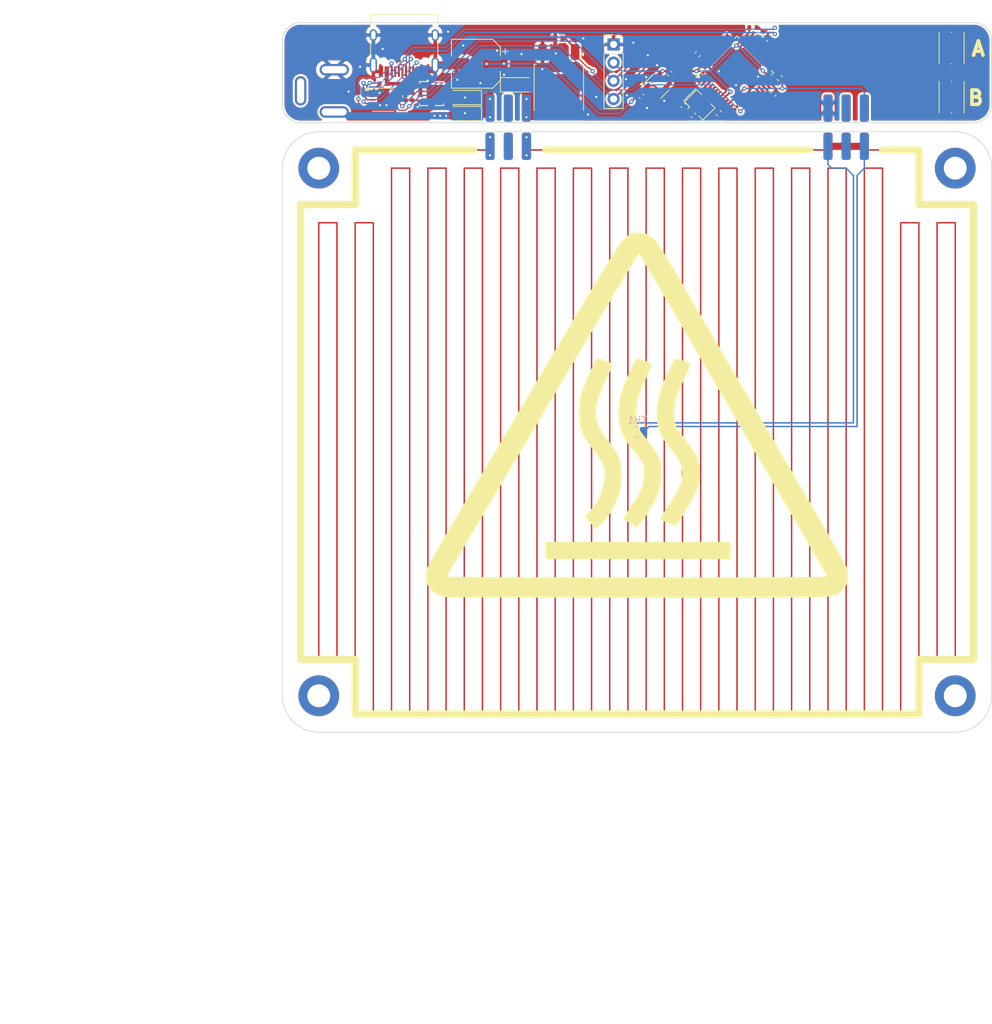
<source format=kicad_pcb>
(kicad_pcb (version 20240108) (generator "pcbnew") (generator_version "8.0")
  (layers (0 "F.Cu" signal) (31 "B.Cu" signal) (34 "B.Paste" user) (35 "F.Paste" user) (36 "B.SilkS" user "B.Silkscreen") (37 "F.SilkS" user "F.Silkscreen") (38 "B.Mask" user) (39 "F.Mask" user) (44 "Edge.Cuts" user))
  (net 0 "")
  (net 1 "+3V3")
  (net 2 "+24V")
  (net 3 "GND")
  (net 5 "Net-(U3-PA12)")
  (net 6 "Net-(U3-PA11)")
  (net 7 "Net-(J4-Pin_6)")
  (net 8 "Net-(J4-Pin_2)")
  (net 10 "Net-(J2-VBUS-PadA4)")
  (net 11 "Net-(U1-VIN)")
  (net 12 "USB_D+")
  (net 13 "Net-(U3-PB2)")
  (net 14 "USB_D-")
  (net 15 "Net-(U3-NRST)")
  (net 16 "Heater_CTRL")
  (net 18 "BOOT0")
  (net 19 "NTC_Measure")
  (net 20 "Net-(J6-Pin_1)")
  (net 23 "SDA1")
  (net 24 "SCL1")
  (net 25 "Net-(J2-CC2)")
  (net 27 "Net-(J2-CC1)")
  (net 29 "Net-(D2-A)")
  (net 34 "/Heater")
  (net 35 "Net-(D1-A)")
  (net 38 "SWDIO")
  (net 43 "SWCLK")
  (net 46 "Net-(U3-PD0)")
  (net 48 "Net-(U3-PD1)")
  (net 63 "WKUP")
  (net 66 "Net-(MOSFET1-G)")
  (net 67 "Net-(U1-GATE)")
  (net 68 "Net-(D3-A)")
  (footprint "Diode_SMD:D_SOD-123" (layer "F.Cu") (at 115.6208 48.26 180)
    (property "Reference" "D1" (hide yes))
    (property "Value" "SS34")
  )
  (footprint "footprints:DFN8_3x3_EP_AOS" (layer "F.Cu") (at 110.998 45.466)
    (property "Reference" "MOSFET1" (hide yes))
    (property "Value" "AONR21307" (hide yes))
  )
  (footprint "MountingHole:MountingHole_3.2mm_M3_ISO7380_Pad" (layer "F.Cu") (at 95.25 129.54)
    (property "Reference" "REF**" (hide yes))
    (property "Value" "MountingHole_3.2mm_M3_ISO7380_Pad" (hide yes))
  )
  (footprint "Capacitor_SMD:C_0402_1005Metric" (layer "F.Cu") (at 146.177 47.117 135)
    (property "Reference" "C5" (hide yes))
    (property "Value" "10p")
  )
  (footprint "Resistor_SMD:R_0402_1005Metric" (layer "F.Cu") (at 156.9466 37.1856 45)
    (property "Reference" "R10" (hide yes))
    (property "Value" "22")
  )
  (footprint "Diode_SMD:D_SOD-123" (layer "F.Cu") (at 115.6208 46.0248 180)
    (property "Reference" "D2" (hide yes))
    (property "Value" "SS34")
  )
  (footprint "Edge_Connector:02x03" (layer "F.Cu") (at 121.7168 52.832)
    (property "Reference" "J3" (hide yes))
    (property "Value" "Conn_02x03_Odd_Even" (hide yes))
  )
  (footprint "Resistor_SMD:R_0402_1005Metric" (layer "F.Cu") (at 155.8798 36.2458 180)
    (property "Reference" "R11" (hide yes))
    (property "Value" "R" (hide yes))
  )
  (footprint "Capacitor_SMD:CP_Elec_6.3x7.7" (layer "F.Cu") (at 117.1956 41.3004 180)
    (property "Reference" "C4" (hide yes))
    (property "Value" "220u")
  )
  (footprint "MountingHole:MountingHole_3.2mm_M3_ISO7380_Pad" (layer "F.Cu") (at 95.25 55.88)
    (property "Reference" "REF**" (hide yes))
    (property "Value" "MountingHole_3.2mm_M3_ISO7380_Pad" (hide yes))
  )
  (footprint "Resistor_SMD:R_0402_1005Metric" (layer "F.Cu") (at 128.778 37.8206 180)
    (property "Reference" "R4" (hide yes))
    (property "Value" "100k")
  )
  (footprint "Resistor_SMD:R_0402_1005Metric" (layer "F.Cu") (at 157.607 37.846 45)
    (property "Reference" "R9" (hide yes))
    (property "Value" "22")
  )
  (footprint "MountingHole:MountingHole_3.2mm_M3_ISO7380_Pad" (layer "F.Cu") (at 184.15 55.88)
    (property "Reference" "REF**" (hide yes))
    (property "Value" "MountingHole_3.2mm_M3_ISO7380_Pad" (hide yes))
  )
  (footprint "Resistor_SMD:R_0402_1005Metric" (layer "F.Cu") (at 108.3056 45.8724 -90)
    (property "Reference" "R2" (hide yes))
    (property "Value" "100k")
  )
  (footprint "Resistor_SMD:R_0402_1005Metric" (layer "F.Cu") (at 107.3404 45.8724 -90)
    (property "Reference" "R1" (hide yes))
    (property "Value" "10k")
  )
  (footprint "Package_TO_SOT_SMD:TO-252-2" (layer "F.Cu") (at 128.778 44.704 -90)
    (property "Reference" "Q2" (hide yes))
    (property "Value" "Q_NMOS_GDS" (hide yes))
  )
  (footprint "Package_DFN_QFN:DFN-10-1EP_3x3mm_P0.5mm_EP1.7x2.5mm" (layer "F.Cu") (at 104.2416 46.3296)
    (property "Reference" "U1" (hide yes))
    (property "Value" "HUSB238")
  )
  (footprint "Resistor_SMD:R_0402_1005Metric" (layer "F.Cu") (at 148.1582 39.9796 45)
    (property "Reference" "R6" (hide yes))
    (property "Value" "10k")
  )
  (footprint "Crystal:Resonator_SMD_Murata_CSTxExxV-3Pin_3.0x1.1mm" (layer "F.Cu") (at 148.463 47.047 -45)
    (property "Reference" "Y1" (hide yes))
    (property "Value" "8M")
  )
  (footprint "Package_TO_SOT_SMD:SOT-23-5" (layer "F.Cu") (at 142.494 44.45 45)
    (property "Reference" "U2" (hide yes))
    (property "Value" "TLV73333PDBV")
  )
  (footprint "Capacitor_SMD:C_0402_1005Metric" (layer "F.Cu") (at 140.335 45.847 -45)
    (property "Reference" "C1" (hide yes))
    (property "Value" "1u")
  )
  (footprint "Resistor_SMD:R_0402_1005Metric" (layer "F.Cu") (at 151.13 48.2092 135)
    (property "Reference" "R8" (hide yes))
    (property "Value" "10k")
  )
  (footprint "Resistor_SMD:R_0402_1005Metric" (layer "F.Cu") (at 158.75 45.4914 -135)
    (property "Reference" "R5" (hide yes))
    (property "Value" "10k")
  )
  (footprint "Connector_PinHeader_2.54mm:PinHeader_1x04_P2.54mm_Vertical" (layer "F.Cu") (at 153.924 42.418)
    (property "Reference" "J7" (hide yes))
    (property "Value" "Conn_01x04_Pin" (hide yes))
  )
  (footprint "Diode_SMD:D_SOD-123" (layer "F.Cu") (at 122.9868 44.2468)
    (property "Reference" "D3" (hide yes))
    (property "Value" "D_Zener" (hide yes))
  )
  (footprint "Resistor_SMD:R_0402_1005Metric" (layer "F.Cu") (at 104.2416 44.0944 180)
    (property "Reference" "R3" (hide yes))
    (property "Value" "10r")
  )
  (footprint "Button_Switch_SMD:SW_Push_1P1T_NO_Vertical_Wuerth_434133025816" (layer "F.Cu") (at 183.642 39.116 90)
    (property "Reference" "REF**" (hide yes))
    (property "Value" "SW_Push_1P1T_NO_Vertical_Wuerth_434133025816" (hide yes))
  )
  (footprint "footprints:DC Barrel" (layer "F.Cu") (at 97.41 45.085 180)
    (property "Reference" "J1" (hide yes))
    (property "Value" "Barrel_Jack_MountingPin" (hide yes))
  )
  (footprint "Edge_Connector:02x03" (layer "F.Cu") (at 168.91 52.832)
    (property "Reference" "J4" (hide yes))
    (property "Value" "Conn_02x03_Odd_Even" (hide yes))
  )
  (footprint "footprints:Warning Hot" (layer "F.Cu") (at 139.7 90.17)
    (property "Reference" "G***" (hide yes))
    (property "Value" "LOGO" (hide yes))
  )
  (footprint "Edge_Connector:02x03" (layer "F.Cu") (at 168.91 47.498 180)
    (property "Reference" "J6" (hide yes))
    (property "Value" "Conn_02x03_Odd_Even" (hide yes))
  )
  (footprint "Button_Switch_SMD:SW_Push_1P1T_NO_Vertical_Wuerth_434133025816" (layer "F.Cu") (at 183.642 45.974 90)
    (property "Reference" "REF**" (hide yes))
    (property "Value" "SW_Push_1P1T_NO_Vertical_Wuerth_434133025816" (hide yes))
  )
  (footprint "MountingHole:MountingHole_3.2mm_M3_ISO7380_Pad" (layer "F.Cu") (at 184.15 129.54)
    (property "Reference" "REF**" (hide yes))
    (property "Value" "MountingHole_3.2mm_M3_ISO7380_Pad" (hide yes))
  )
  (footprint "Edge_Connector:02x03" (layer "F.Cu") (at 121.7168 47.498 180)
    (property "Reference" "J5" (hide yes))
    (property "Value" "Conn_02x03_Odd_Even" (hide yes))
  )
  (footprint "Package_QFP:LQFP-48_7x7mm_P0.5mm" (layer "F.Cu") (at 153.67 42.545 45)
    (property "Reference" "U3" (hide yes))
    (property "Value" "STM32F103CBTx")
  )
  (footprint "Resistor_SMD:R_0402_1005Metric" (layer "F.Cu") (at 159.639 43.307 -45)
    (property "Reference" "R7" (hide yes))
    (property "Value" "100k")
  )
  (footprint "Capacitor_SMD:C_0402_1005Metric" (layer "F.Cu") (at 144.272 42.672 -45)
    (property "Reference" "C2" (hide yes))
    (property "Value" "1u")
  )
  (footprint "Capacitor_SMD:C_0402_1005Metric" (layer "F.Cu") (at 147.574 48.514 -45)
    (property "Reference" "C6" (hide yes))
    (property "Value" "10p")
  )
  (footprint "Connector_USB:USB_C_Receptacle_HRO_TYPE-C-31-M-12" (layer "F.Cu") (at 107.188 38.354 180)
    (property "Reference" "J2" (hide yes))
    (property "Value" "31-M-12")
  )
  (footprint "Resistor_SMD:R_0805_2012Metric" (layer "B.Cu") (at 139.7 92.71 180)
    (property "Reference" "TH1")
    (property "Value" "Thermistor_NTC")
  )
  (gr_poly (pts (xy 113.9708 46.5232) (xy 112.141 46.5836) (xy 112.141 44.3484) (xy 113.9444 44.3484)) (stroke (width 0.2)) (fill solid) (layer "F.Cu") (net 29))
  (gr_rect (start 117.2464 45.5168) (end 119.2784 48.768) (stroke (width 0.2)) (fill solid) (layer "F.Cu") (net 2))
  (gr_rect (start 123.698 43.7388) (end 128.1684 49.0728) (stroke (width 0.2)) (fill solid) (layer "F.Cu") (net 68))
  (gr_line (start 179.07 124.46) (end 186.69 124.46) (stroke (width 1)) (layer "F.SilkS"))
  (gr_line (start 100.33 53.34) (end 100.33 60.96) (stroke (width 1)) (layer "F.SilkS"))
  (gr_line (start 116.84 53.34) (end 100.33 53.34) (stroke (width 1)) (layer "F.SilkS"))
  (gr_line (start 186.69 60.96) (end 179.07 60.96) (stroke (width 1)) (layer "F.SilkS"))
  (gr_line (start 100.33 124.46) (end 100.33 132.08) (stroke (width 1)) (layer "F.SilkS"))
  (gr_line (start 179.07 53.34) (end 173.99 53.34) (stroke (width 1)) (layer "F.SilkS"))
  (gr_line (start 100.33 132.08) (end 179.07 132.08) (stroke (width 1)) (layer "F.SilkS"))
  (gr_line (start 92.71 124.46) (end 92.71 60.96) (stroke (width 1)) (layer "F.SilkS"))
  (gr_line (start 186.69 60.96) (end 186.69 124.46) (stroke (width 1)) (layer "F.SilkS"))
  (gr_line (start 179.07 132.08) (end 179.07 124.46) (stroke (width 1)) (layer "F.SilkS"))
  (gr_line (start 100.33 60.96) (end 92.71 60.96) (stroke (width 1)) (layer "F.SilkS"))
  (gr_line (start 179.07 60.96) (end 179.07 53.34) (stroke (width 1)) (layer "F.SilkS"))
  (gr_line (start 163.83 53.34) (end 127 53.34) (stroke (width 1)) (layer "F.SilkS"))
  (gr_line (start 92.71 124.46) (end 100.33 124.46) (stroke (width 1)) (layer "F.SilkS"))
  (gr_line (start 184.15 50.8) (end 95.25 50.8) (stroke (width 0.1)) (layer "Edge.Cuts"))
  (gr_line (start 189.23 129.54) (end 189.23 55.88) (stroke (width 0.1)) (layer "Edge.Cuts"))
  (gr_arc (start 186.69 35.56) (mid 188.486051 36.303949) (end 189.23 38.1) (stroke (width 0.1)) (layer "Edge.Cuts"))
  (gr_arc (start 95.25 134.62) (mid 91.657898 133.132102) (end 90.17 129.54) (stroke (width 0.1)) (layer "Edge.Cuts"))
  (gr_line (start 95.25 134.62) (end 184.15 134.62) (stroke (width 0.1)) (layer "Edge.Cuts"))
  (gr_line (start 186.69 49.53) (end 92.71 49.53) (stroke (width 0.1)) (layer "Edge.Cuts"))
  (gr_arc (start 90.17 38.1) (mid 90.913949 36.303949) (end 92.71 35.56) (stroke (width 0.1)) (layer "Edge.Cuts"))
  (gr_line (start 92.71 35.56) (end 186.69 35.56) (stroke (width 0.1)) (layer "Edge.Cuts"))
  (gr_arc (start 189.23 46.99) (mid 188.486051 48.786051) (end 186.69 49.53) (stroke (width 0.1)) (layer "Edge.Cuts"))
  (gr_line (start 90.17 55.88) (end 90.17 129.54) (stroke (width 0.1)) (layer "Edge.Cuts"))
  (gr_arc (start 90.17 55.88) (mid 91.657898 52.287898) (end 95.25 50.8) (stroke (width 0.1)) (layer "Edge.Cuts"))
  (gr_arc (start 184.15 50.8) (mid 187.742102 52.287898) (end 189.23 55.88) (stroke (width 0.1)) (layer "Edge.Cuts"))
  (gr_arc (start 92.71 49.53) (mid 90.913949 48.786051) (end 90.17 46.99) (stroke (width 0.1)) (layer "Edge.Cuts"))
  (gr_line (start 90.17 46.99) (end 90.17 38.1) (stroke (width 0.1)) (layer "Edge.Cuts"))
  (gr_line (start 189.23 38.1) (end 189.23 46.99) (stroke (width 0.1)) (layer "Edge.Cuts"))
  (gr_arc (start 189.23 129.54) (mid 187.742102 133.132102) (end 184.15 134.62) (stroke (width 0.1)) (layer "Edge.Cuts"))
  (gr_text "B" (at 185.674 47.244 0) (layer "F.SilkS") (effects (font (size 2 2) (thickness 0.5) (bold yes)) (justify left bottom)))
  (gr_text "A" (at 186.182 40.386 0) (layer "F.SilkS") (effects (font (size 2 2) (thickness 0.5) (bold yes)) (justify left bottom)))
  (segment (start 155.3698 36.2458) (end 155.3698 36.956112) (width 0.25) (layer "F.Cu") (net 1))
  (segment (start 151.490624 47.782424) (end 151.141144 47.432944) (width 0.15) (layer "F.Cu") (net 1))
  (segment (start 154.668788 37.660012) (end 153.5684 38.7604) (width 0.25) (layer "F.Cu") (net 1))
  (segment (start 151.490624 48.569824) (end 151.490624 47.782424) (width 0.15) (layer "F.Cu") (net 1))
  (segment (start 143.932589 42.332589) (end 147.995747 42.332589) (width 0.25) (layer "F.Cu") (net 1))
  (segment (start 143.267909 42.332589) (end 143.932589 42.332589) (width 0.25) (layer "F.Cu") (net 1))
  (segment (start 151.141144 46.841622) (end 151.610551 46.372215) (width 0.15) (layer "F.Cu") (net 1))
  (segment (start 157.2768 42.2656) (end 158.554988 43.543788) (width 0.25) (layer "F.Cu") (net 1))
  (segment (start 152.770766 45.212) (end 151.610551 46.372215) (width 0.25) (layer "F.Cu") (net 1))
  (segment (start 155.3698 36.956112) (end 154.668788 37.657124) (width 0.25) (layer "F.Cu") (net 1))
  (segment (start 158.557876 43.543788) (end 158.680964 43.543788) (width 0.25) (layer "F.Cu") (net 1))
  (segment (start 147.797576 40.561664) (end 147.797576 40.340224) (width 0.25) (layer "F.Cu") (net 1))
  (segment (start 143.932589 42.332589) (end 143.932589 42.198611) (width 0.25) (layer "F.Cu") (net 1))
  (segment (start 151.141144 47.432944) (end 151.141144 46.841622) (width 0.15) (layer "F.Cu") (net 1))
  (segment (start 148.782124 41.546212) (end 147.797576 40.561664) (width 0.25) (layer "F.Cu") (net 1))
  (segment (start 147.995747 42.332589) (end 148.782124 41.546212) (width 0.25) (layer "F.Cu") (net 1))
  (segment (start 154.668788 37.657124) (end 154.668788 37.660012) (width 0.25) (layer "F.Cu") (net 1))
  (segment (start 158.554988 43.543788) (end 158.557876 43.543788) (width 0.25) (layer "F.Cu") (net 1))
  (segment (start 158.680964 43.543788) (end 159.278376 42.946376) (width 0.25) (layer "F.Cu") (net 1))
  (via (at 153.5684 38.7604) (size 0.6) (drill 0.3) (layers "F.Cu" "B.Cu") (net 1))
  (via (at 157.2768 42.2656) (size 0.6) (drill 0.3) (layers "F.Cu" "B.Cu") (net 1))
  (via (at 143.267909 42.332589) (size 0.6) (drill 0.3) (layers "F.Cu" "B.Cu") (net 1))
  (via (at 147.995747 42.332589) (size 0.6) (drill 0.3) (layers "F.Cu" "B.Cu") (net 1))
  (via (at 152.770766 45.212) (size 0.6) (drill 0.3) (layers "F.Cu" "B.Cu") (net 1))
  (segment (start 157.2768 42.2656) (end 153.7716 38.7604) (width 0.25) (layer "B.Cu") (net 1))
  (segment (start 143.267909 42.332589) (end 137.607989 42.332589) (width 0.25) (layer "B.Cu") (net 1))
  (segment (start 137.607989 42.332589) (end 136.4234 41.148) (width 0.25) (layer "B.Cu") (net 1))
  (segment (start 149.996211 42.437445) (end 149.996211 42.332589) (width 0.25) (layer "B.Cu") (net 1))
  (segment (start 149.996211 42.332589) (end 147.995747 42.332589) (width 0.25) (layer "B.Cu") (net 1))
  (segment (start 153.7716 38.7604) (end 153.5684 38.7604) (width 0.25) (layer "B.Cu") (net 1))
  (segment (start 152.770766 45.212) (end 149.996211 42.437445) (width 0.25) (layer "B.Cu") (net 1))
  (segment (start 153.5684 38.7604) (end 149.996211 42.332589) (width 0.25) (layer "B.Cu") (net 1))
  (segment (start 141.242561 44.357937) (end 142.119095 44.357937) (width 0.25) (layer "F.Cu") (net 2))
  (segment (start 142.119095 44.357937) (end 142.586063 44.824905) (width 0.25) (layer "F.Cu") (net 2))
  (segment (start 119.1768 42.0192) (end 119.8956 41.3004) (width 1) (layer "F.Cu") (net 2))
  (segment (start 119.1768 47.498) (end 119.1768 44.1452) (width 1) (layer "F.Cu") (net 2))
  (segment (start 119.1768 47.498) (end 117.3216 47.498) (width 1) (layer "F.Cu") (net 2))
  (segment (start 117.3216 47.498) (end 117.2708 47.4472) (width 1) (layer "F.Cu") (net 2))
  (segment (start 117.2708 47.4472) (end 117.2708 48.26) (width 1) (layer "F.Cu") (net 2))
  (segment (start 139.995589 45.507589) (end 140.092909 45.507589) (width 0.25) (layer "F.Cu") (net 2))
  (segment (start 138.916089 46.587089) (end 139.995589 45.507589) (width 0.25) (layer "F.Cu") (net 2))
  (segment (start 117.2708 46.0248) (end 117.2708 47.4472) (width 1) (layer "F.Cu") (net 2))
  (segment (start 119.2784 44.2468) (end 119.1768 44.1452) (width 1) (layer "F.Cu") (net 2))
  (segment (start 142.586063 44.824905) (end 142.586063 45.701439) (width 0.25) (layer "F.Cu") (net 2))
  (segment (start 142.586063 45.701439) (end 142.361417 45.926085) (width 0.25) (layer "F.Cu") (net 2))
  (segment (start 121.3368 44.2468) (end 119.2784 44.2468) (width 1) (layer "F.Cu") (net 2))
  (segment (start 119.1768 44.1452) (end 119.1768 42.0192) (width 1) (layer "F.Cu") (net 2))
  (segment (start 140.092909 45.507589) (end 141.017915 44.582583) (width 0.25) (layer "F.Cu") (net 2))
  (segment (start 141.017915 44.582583) (end 141.242561 44.357937) (width 0.25) (layer "F.Cu") (net 2))
  (via (at 121.1072 41.3004) (size 0.6) (drill 0.3) (layers "F.Cu" "B.Cu") (net 2))
  (via (at 119.1768 48.768) (size 0.6) (drill 0.3) (layers "F.Cu" "B.Cu") (net 2))
  (via (at 118.6942 41.3258) (size 0.6) (drill 0.3) (layers "F.Cu" "B.Cu") (net 2))
  (via (at 138.916089 46.587089) (size 0.6) (drill 0.3) (layers "F.Cu" "B.Cu") (net 2))
  (via (at 119.1768 46.228) (size 0.6) (drill 0.3) (layers "F.Cu" "B.Cu") (net 2))
  (segment (start 137.243178 48.26) (end 134.3406 48.26) (width 0.25) (layer "B.Cu") (net 2))
  (segment (start 118.6942 41.3258) (end 121.0818 41.3258) (width 0.25) (layer "B.Cu") (net 2))
  (segment (start 138.916089 46.587089) (end 137.243178 48.26) (width 0.25) (layer "B.Cu") (net 2))
  (segment (start 127.381 41.3004) (end 121.1072 41.3004) (width 0.25) (layer "B.Cu") (net 2))
  (segment (start 134.3406 48.26) (end 127.381 41.3004) (width 0.25) (layer "B.Cu") (net 2))
  (segment (start 121.0818 41.3258) (end 121.1072 41.3004) (width 0.25) (layer "B.Cu") (net 2))
  (segment (start 155.022342 38.010678) (end 155.029322 38.010678) (width 0.25) (layer "F.Cu") (net 3))
  (segment (start 149.135678 41.192658) (end 149.142658 41.192658) (width 0.25) (layer "F.Cu") (net 3))
  (segment (start 158.204322 43.897342) (end 159.110624 44.803644) (width 0.25) (layer "F.Cu") (net 3))
  (segment (start 111.508 41.484) (end 114.312 41.484) (width 1) (layer "F.Cu") (net 3))
  (segment (start 140.674411 46.186411) (end 140.757589 46.186411) (width 0.35) (layer "F.Cu") (net 3))
  (segment (start 138.1506 43.4594) (end 138.1506 43.7642) (width 0.15) (layer "F.Cu") (net 3))
  (segment (start 158.204322 43.897342) (end 158.204322 43.904322) (width 0.25) (layer "F.Cu") (net 3))
  (segment (start 114.312 41.484) (end 114.4956 41.3004) (width 1) (layer "F.Cu") (net 3))
  (segment (start 140.757589 46.186411) (end 141.689666 45.254334) (width 0.35) (layer "F.Cu") (net 3))
  (segment (start 159.110624 44.803644) (end 159.110624 45.130776) (width 0.25) (layer "F.Cu") (net 3))
  (segment (start 111.508 42.1112) (end 111.508 41.484) (width 0.5) (layer "F.Cu") (net 3))
  (segment (start 146.516411 47.456411) (end 147.234589 48.174589) (width 0.25) (layer "F.Cu") (net 3))
  (segment (start 149.135678 41.192658) (end 149.135678 41.185678) (width 0.25) (layer "F.Cu") (net 3))
  (segment (start 155.022342 38.017658) (end 154.178 38.862) (width 0.25) (layer "F.Cu") (net 3))
  (segment (start 158.197342 43.897342) (end 157.226 42.926) (width 0.25) (layer "F.Cu") (net 3))
  (segment (start 155.029322 38.010678) (end 155.956 37.084) (width 0.25) (layer "F.Cu") (net 3))
  (segment (start 147.234589 48.174589) (end 147.335411 48.174589) (width 0.25) (layer "F.Cu") (net 3))
  (segment (start 155.022342 38.010678) (end 155.022342 38.017658) (width 0.25) (layer "F.Cu") (net 3))
  (segment (start 138.1506 43.7642) (end 136.9568 44.958) (width 0.15) (layer "F.Cu") (net 3))
  (segment (start 151.256998 46.018662) (end 152.19066 45.085) (width 0.25) (layer "F.Cu") (net 3))
  (segment (start 149.142658 41.192658) (end 150.114 42.164) (width 0.25) (layer "F.Cu") (net 3))
  (segment (start 111.2202 42.399) (end 111.508 42.1112) (width 0.5) (layer "F.Cu") (net 3))
  (segment (start 136.9568 44.958) (end 135.9662 44.958) (width 0.15) (layer "F.Cu") (net 3))
  (segment (start 147.335411 48.174589) (end 148.463 47.047) (width 0.35) (layer "F.Cu") (net 3))
  (segment (start 110.438 42.399) (end 111.2202 42.399) (width 0.5) (layer "F.Cu") (net 3))
  (via (at 151.13 42.3672) (size 0.6) (drill 0.3) (layers "F.Cu" "B.Cu") (net 3))
  (via (at 128.3462 39.8526) (size 0.6) (drill 0.3) (layers "F.Cu" "B.Cu") (net 3))
  (via (at 114.6048 43.5356) (size 0.6) (drill 0.3) (layers "F.Cu" "B.Cu") (net 3))
  (via (at 156.6164 43.1038) (size 0.6) (drill 0.3) (layers "F.Cu" "B.Cu") (net 3))
  (via (at 134.0104 45.9486) (size 0.6) (drill 0.3) (layers "F.Cu" "B.Cu") (net 3))
  (via (at 140.97 43.18) (size 0.6) (drill 0.3) (layers "F.Cu" "B.Cu") (net 3))
  (via (at 143.51 46.482) (size 0.6) (drill 0.3) (layers "F.Cu" "B.Cu") (net 3))
  (via (at 104.1654 39.243) (size 0.6) (drill 0.3) (layers "F.Cu" "B.Cu") (net 3))
  (via (at 115.6716 46.0248) (size 0.6) (drill 0.3) (layers "F.Cu" "B.Cu") (net 3))
  (via (at 109.0676 47.3456) (size 0.6) (drill 0.3) (layers "F.Cu" "B.Cu") (net 3))
  (via (at 139.192 38.354) (size 0.6) (drill 0.3) (layers "F.Cu" "B.Cu") (net 3))
  (via (at 132.842 48.387) (size 0.6) (drill 0.3) (layers "F.Cu" "B.Cu") (net 3))
  (via (at 103.7336 45.3644) (size 0.6) (drill 0.3) (layers "F.Cu" "B.Cu") (net 3))
  (via (at 141.1986 40.132) (size 0.6) (drill 0.3) (layers "F.Cu" "B.Cu") (net 3))
  (via (at 126.4666 42.0624) (size 0.6) (drill 0.3) (layers "F.Cu" "B.Cu") (net 3))
  (via (at 120.142 39.4716) (size 0.6) (drill 0.3) (layers "F.Cu" "B.Cu") (net 3))
  (via (at 110.4646 43.6626) (size 0.6) (drill 0.3) (layers "F.Cu" "B.Cu") (net 3))
  (via (at 141.097 47.498) (size 0.6) (drill 0.3) (layers "F.Cu" "B.Cu") (net 3))
  (via (at 99.4156 45.1866) (size 0.6) (drill 0.3) (layers "F.Cu" "B.Cu") (net 3))
  (via (at 115.4176 38.7604) (size 0.6) (drill 0.3) (layers "F.Cu" "B.Cu") (net 3))
  (via (at 103.7844 47.0916) (size 0.6) (drill 0.3) (layers "F.Cu" "B.Cu") (net 3))
  (via (at 117.8306 44.0182) (size 0.6) (drill 0.3) (layers "F.Cu" "B.Cu") (net 3))
  (via (at 104.6988 47.0916) (size 0.6) (drill 0.3) (layers "F.Cu" "B.Cu") (net 3))
  (via (at 153.543 44.2976) (size 0.6) (drill 0.3) (layers "F.Cu" "B.Cu") (net 3))
  (via (at 132.207 37.7698) (size 0.6) (drill 0.3) (layers "F.Cu" "B.Cu") (net 3))
  (via (at 121.1326 42.8498) (size 0.6) (drill 0.3) (layers "F.Cu" "B.Cu") (net 3))
  (via (at 123.571 39.9542) (size 0.6) (drill 0.3) (layers "F.Cu" "B.Cu") (net 3))
  (via (at 113.3094 36.83) (size 0.6) (drill 0.3) (layers "F.Cu" "B.Cu") (net 3))
  (via (at 138.1506 43.4594) (size 0.6) (drill 0.3) (layers "F.Cu" "B.Cu") (net 3))
  (via (at 142.494 41.5036) (size 0.6) (drill 0.3) (layers "F.Cu" "B.Cu") (net 3))
  (via (at 101.0158 41.7322) (size 0.6) (drill 0.3) (layers "F.Cu" "B.Cu") (net 3))
  (via (at 138.303 45.72) (size 0.6) (drill 0.3) (layers "F.Cu" "B.Cu") (net 3))
  (via (at 115.6716 48.2092) (size 0.6) (drill 0.3) (layers "F.Cu" "B.Cu") (net 3))
  (segment (start 111.508 41.484) (end 111.508 41.7048) (width 0.5) (layer "B.Cu") (net 3))
  (segment (start 111.252 41.9608) (end 109.8296 41.9608) (width 0.5) (layer "B.Cu") (net 3))
  (segment (start 111.508 41.7048) (end 111.252 41.9608) (width 0.5) (layer "B.Cu") (net 3))
  (segment (start 155.729449 38.717785) (end 156.585976 37.861258) (width 0.25) (layer "F.Cu") (net 5))
  (segment (start 156.585976 37.861258) (end 156.585976 37.546224) (width 0.25) (layer "F.Cu") (net 5))
  (segment (start 156.083002 39.071338) (end 156.947716 38.206624) (width 0.25) (layer "F.Cu") (net 6))
  (segment (start 156.947716 38.206624) (end 157.246376 38.206624) (width 0.25) (layer "F.Cu") (net 6))
  (segment (start 170.434 56.896) (end 170.434 91.948) (width 0.2) (layer "B.Cu") (net 7))
  (segment (start 170.434 91.948) (end 141.3745 91.948) (width 0.2) (layer "B.Cu") (net 7))
  (segment (start 141.3745 91.948) (end 140.6125 92.71) (width 0.2) (layer "B.Cu") (net 7))
  (segment (start 171.45 55.88) (end 170.434 56.896) (width 0.2) (layer "B.Cu") (net 7))
  (segment (start 171.45 52.832) (end 171.45 55.88) (width 0.2) (layer "B.Cu") (net 7))
  (segment (start 166.878 55.88) (end 168.91 55.88) (width 0.2) (layer "B.Cu") (net 8))
  (segment (start 168.91 55.88) (end 169.926 56.896) (width 0.2) (layer "B.Cu") (net 8))
  (segment (start 169.926 91.44) (end 139.87875 91.44) (width 0.2) (layer "B.Cu") (net 8))
  (segment (start 139.87875 91.44) (end 138.7875 92.53125) (width 0.2) (layer "B.Cu") (net 8))
  (segment (start 169.926 56.896) (end 169.926 91.44) (width 0.2) (layer "B.Cu") (net 8))
  (segment (start 166.37 52.832) (end 166.37 55.372) (width 0.2) (layer "B.Cu") (net 8))
  (segment (start 166.37 55.372) (end 166.878 55.88) (width 0.2) (layer "B.Cu") (net 8))
  (segment (start 138.7875 92.53125) (end 138.7875 92.71) (width 0.2) (layer "B.Cu") (net 8))
  (segment (start 108.3056 44.491001) (end 109.4486 44.491001) (width 0.5) (layer "F.Cu") (net 10))
  (segment (start 104.7516 42.4126) (end 104.7516 44.0944) (width 0.5) (layer "F.Cu") (net 10))
  (segment (start 109.638 42.399) (end 109.638 44.301601) (width 0.5) (layer "F.Cu") (net 10))
  (segment (start 108.3056 44.491001) (end 107.908999 44.0944) (width 0.5) (layer "F.Cu") (net 10))
  (segment (start 109.638 44.301601) (end 109.4486 44.491001) (width 0.5) (layer "F.Cu") (net 10))
  (segment (start 109.4486 44.491001) (end 109.4486 45.72) (width 0.5) (layer "F.Cu") (net 10))
  (segment (start 107.908999 44.0944) (end 104.7516 44.0944) (width 0.5) (layer "F.Cu") (net 10))
  (segment (start 104.738 42.399) (end 104.7516 42.4126) (width 0.5) (layer "F.Cu") (net 10))
  (segment (start 108.3056 45.3624) (end 108.3056 44.491001) (width 0.2) (layer "F.Cu") (net 10))
  (segment (start 102.7791 45.3296) (end 102.7791 45.0469) (width 0.2) (layer "F.Cu") (net 11))
  (segment (start 102.7791 45.0469) (end 103.7316 44.0944) (width 0.2) (layer "F.Cu") (net 11))
  (segment (start 107.438 42.399) (end 107.438 41.311499) (width 0.15) (layer "F.Cu") (net 12))
  (segment (start 106.513 41.449) (end 107.363 41.449) (width 0.15) (layer "F.Cu") (net 12))
  (segment (start 158.7532 36.5034) (end 157.971001 36.5034) (width 0.2) (layer "F.Cu") (net 12))
  (segment (start 157.971001 36.5034) (end 157.649425 36.824976) (width 0.2) (layer "F.Cu") (net 12))
  (segment (start 156.728048 36.2458) (end 157.307224 36.824976) (width 0.25) (layer "F.Cu") (net 12))
  (segment (start 102.7791 45.8296) (end 102.754101 45.854599) (width 0.2) (layer "F.Cu") (net 12))
  (segment (start 107.438 41.524) (end 107.438 42.399) (width 0.15) (layer "F.Cu") (net 12))
  (segment (start 102.7791 45.8296) (end 102.3192 45.8296) (width 0.2) (layer "F.Cu") (net 12))
  (segment (start 106.438 41.524) (end 106.513 41.449) (width 0.15) (layer "F.Cu") (net 12))
  (segment (start 101.9556 44.3992) (end 102.362 43.9928) (width 0.2) (layer "F.Cu") (net 12))
  (segment (start 107.438 41.311499) (end 107.488 41.261499) (width 0.15) (layer "F.Cu") (net 12))
  (segment (start 158.9532 36.3034) (end 158.7532 36.5034) (width 0.2) (layer "F.Cu") (net 12))
  (segment (start 101.9556 45.466) (end 101.9556 44.3992) (width 0.2) (layer "F.Cu") (net 12))
  (segment (start 106.438 42.399) (end 106.438 41.524) (width 0.15) (layer "F.Cu") (net 12))
  (segment (start 157.649425 36.824976) (end 157.307224 36.824976) (width 0.2) (layer "F.Cu") (net 12))
  (segment (start 156.3898 36.2458) (end 156.728048 36.2458) (width 0.25) (layer "F.Cu") (net 12))
  (segment (start 102.3192 45.8296) (end 101.9556 45.466) (width 0.2) (layer "F.Cu") (net 12))
  (segment (start 107.363 41.449) (end 107.438 41.524) (width 0.15) (layer "F.Cu") (net 12))
  (segment (start 107.488 41.261499) (end 107.488 40.873914) (width 0.15) (layer "F.Cu") (net 12))
  (segment (start 107.488 40.873914) (end 107.263 40.648914) (width 0.15) (layer "F.Cu") (net 12))
  (via (at 107.263 40.648914) (size 0.6) (drill 0.3) (layers "F.Cu" "B.Cu") (net 12))
  (via (at 158.9532 36.3034) (size 0.6) (drill 0.3) (layers "F.Cu" "B.Cu") (net 12))
  (via (at 102.362 43.9928) (size 0.6) (drill 0.3) (layers "F.Cu" "B.Cu") (net 12))
  (segment (start 107.263 40.648914) (end 107.462999 40.448915) (width 0.2) (layer "B.Cu") (net 12))
  (segment (start 102.362 43.9928) (end 103.919114 43.9928) (width 0.2) (layer "B.Cu") (net 12))
  (segment (start 103.919114 43.9928) (end 107.263 40.648914) (width 0.2) (layer "B.Cu") (net 12))
  (segment (start 158.753201 36.503399) (end 158.9532 36.3034) (width 0.2) (layer "B.Cu") (net 12))
  (segment (start 107.462999 40.448915) (end 107.462999 39.996001) (width 0.2) (layer "B.Cu") (net 12))
  (segment (start 115.5276 36.5034) (end 158.753201 36.503399) (width 0.2) (layer "B.Cu") (net 12))
  (segment (start 108.4156 39.0434) (end 112.9876 39.0434) (width 0.2) (layer "B.Cu") (net 12))
  (segment (start 107.462999 39.996001) (end 108.4156 39.0434) (width 0.2) (layer "B.Cu") (net 12))
  (segment (start 112.9876 39.0434) (end 115.5276 36.5034) (width 0.2) (layer "B.Cu") (net 12))
  (segment (start 107.263 40.862517) (end 107.263 40.648914) (width 0.2) (layer "B.Cu") (net 12))
  (segment (start 158.037684 45.852024) (end 158.389376 45.852024) (width 0.25) (layer "F.Cu") (net 13))
  (segment (start 157.143662 44.958002) (end 158.037684 45.852024) (width 0.25) (layer "F.Cu") (net 13))
  (segment (start 101.4984 45.7708) (end 101.4984 43.9928) (width 0.2) (layer "F.Cu") (net 14))
  (segment (start 106.938 42.399) (end 106.938 43.274) (width 0.15) (layer "F.Cu") (net 14))
  (segment (start 157.967624 37.143175) (end 157.967624 37.485376) (width 0.2) (layer "F.Cu") (net 14))
  (segment (start 102.7791 46.3296) (end 102.0572 46.3296) (width 0.2) (layer "F.Cu") (net 14))
  (segment (start 107.938 43.274) (end 107.938 42.399) (width 0.15) (layer "F.Cu") (net 14))
  (segment (start 107.888 40.873914) (end 108.113 40.648914) (width 0.15) (layer "F.Cu") (net 14))
  (segment (start 107.863 43.349) (end 107.938 43.274) (width 0.15) (layer "F.Cu") (net 14))
  (segment (start 107.938 42.399) (end 107.938 41.311499) (width 0.15) (layer "F.Cu") (net 14))
  (segment (start 107.013 43.349) (end 107.863 43.349) (width 0.15) (layer "F.Cu") (net 14))
  (segment (start 102.7791 46.3296) (end 102.754101 46.304601) (width 0.2) (layer "F.Cu") (net 14))
  (segment (start 158.9532 37.1534) (end 158.7532 36.9534) (width 0.2) (layer "F.Cu") (net 14))
  (segment (start 158.157399 36.9534) (end 157.967624 37.143175) (width 0.2) (layer "F.Cu") (net 14))
  (segment (start 101.7524 46.0248) (end 101.4984 45.7708) (width 0.2) (layer "F.Cu") (net 14))
  (segment (start 158.7532 36.9534) (end 158.157399 36.9534) (width 0.2) (layer "F.Cu") (net 14))
  (segment (start 102.0572 46.3296) (end 101.7524 46.0248) (width 0.2) (layer "F.Cu") (net 14))
  (segment (start 107.888 41.261499) (end 107.888 40.873914) (width 0.15) (layer "F.Cu") (net 14))
  (segment (start 106.938 43.274) (end 107.013 43.349) (width 0.15) (layer "F.Cu") (net 14))
  (segment (start 107.938 41.311499) (end 107.888 41.261499) (width 0.15) (layer "F.Cu") (net 14))
  (via (at 158.9532 37.1534) (size 0.6) (drill 0.3) (layers "F.Cu" "B.Cu") (net 14))
  (via (at 101.4984 43.9928) (size 0.6) (drill 0.3) (layers "F.Cu" "B.Cu") (net 14))
  (via (at 108.113 40.648914) (size 0.6) (drill 0.3) (layers "F.Cu" "B.Cu") (net 14))
  (segment (start 107.913001 40.448915) (end 107.913001 40.182399) (width 0.2) (layer "B.Cu") (net 14))
  (segment (start 108.113 40.7818) (end 108.113 40.648914) (width 0.2) (layer "B.Cu") (net 14))
  (segment (start 102.0572 44.5516) (end 104.210314 44.5516) (width 0.2) (layer "B.Cu") (net 14))
  (segment (start 158.753201 36.953401) (end 158.9532 37.1534) (width 0.2) (layer "B.Cu") (net 14))
  (segment (start 108.602 39.4934) (end 113.174 39.4934) (width 0.2) (layer "B.Cu") (net 14))
  (segment (start 115.714 36.9534) (end 158.753201 36.953401) (width 0.2) (layer "B.Cu") (net 14))
  (segment (start 101.4984 43.9928) (end 102.0572 44.5516) (width 0.2) (layer "B.Cu") (net 14))
  (segment (start 113.174 39.4934) (end 115.714 36.9534) (width 0.2) (layer "B.Cu") (net 14))
  (segment (start 108.113 40.648914) (end 107.913001 40.448915) (width 0.2) (layer "B.Cu") (net 14))
  (segment (start 107.913001 40.182399) (end 108.602 39.4934) (width 0.2) (layer "B.Cu") (net 14))
  (segment (start 104.210314 44.5516) (end 108.113 40.648914) (width 0.2) (layer "B.Cu") (net 14))
  (segment (start 150.434037 46.134517) (end 150.434037 47.513237) (width 0.15) (layer "F.Cu") (net 15))
  (segment (start 150.434037 47.513237) (end 150.769376 47.848576) (width 0.15) (layer "F.Cu") (net 15))
  (segment (start 150.903445 45.665109) (end 150.434037 46.134517) (width 0.15) (layer "F.Cu") (net 15))
  (segment (start 131.058 39.1608) (end 131.058 39.664) (width 0.25) (layer "F.Cu") (net 16))
  (segment (start 129.288 37.8206) (end 129.7178 37.8206) (width 0.25) (layer "F.Cu") (net 16))
  (segment (start 129.7178 37.8206) (end 131.058 39.1608) (width 0.25) (layer "F.Cu") (net 16))
  (segment (start 131.058 40.1006) (end 131.058 39.664) (width 0.15) (layer "F.Cu") (net 16))
  (segment (start 133.0452 41.8846) (end 132.842 41.8846) (width 0.15) (layer "F.Cu") (net 16))
  (segment (start 154.668788 47.439012) (end 154.1526 47.9552) (width 0.15) (layer "F.Cu") (net 16))
  (segment (start 133.5024 42.3418) (end 133.0452 41.8846) (width 0.15) (layer "F.Cu") (net 16))
  (segment (start 154.668788 47.432876) (end 154.668788 47.439012) (width 0.15) (layer "F.Cu") (net 16))
  (segment (start 132.842 41.8846) (end 131.058 40.1006) (width 0.15) (layer "F.Cu") (net 16))
  (via (at 133.5024 42.3418) (size 0.6) (drill 0.3) (layers "F.Cu" "B.Cu") (net 16))
  (via (at 154.1526 47.9552) (size 0.6) (drill 0.3) (layers "F.Cu" "B.Cu") (net 16))
  (segment (start 133.5024 42.5196) (end 133.5024 42.3418) (width 0.15) (layer "B.Cu") (net 16))
  (segment (start 135.9408 44.958) (end 133.5024 42.5196) (width 0.15) (layer "B.Cu") (net 16))
  (segment (start 139.1666 44.958) (end 135.9408 44.958) (width 0.15) (layer "B.Cu") (net 16))
  (segment (start 154.1526 47.9552) (end 150.4442 44.2468) (width 0.15) (layer "B.Cu") (net 16))
  (segment (start 150.4442 44.2468) (end 139.8778 44.2468) (width 0.15) (layer "B.Cu") (net 16))
  (segment (start 139.8778 44.2468) (end 139.1666 44.958) (width 0.15) (layer "B.Cu") (net 16))
  (segment (start 150.196338 40.131998) (end 149.683316 39.618976) (width 0.15) (layer "F.Cu") (net 18))
  (segment (start 149.683316 39.618976) (end 148.518824 39.618976) (width 0.15) (layer "F.Cu") (net 18))
  (segment (start 159.999624 44.749776) (end 159.9946 44.7548) (width 0.25) (layer "F.Cu") (net 19))
  (segment (start 154.64218 44.7548) (end 152.317658 47.079322) (width 0.2) (layer "F.Cu") (net 19))
  (segment (start 159.999624 43.667624) (end 159.999624 44.749776) (width 0.25) (layer "F.Cu") (net 19))
  (segment (start 154.686 44.7548) (end 154.64218 44.7548) (width 0.2) (layer "F.Cu") (net 19))
  (via (at 154.686 44.7548) (size 0.6) (drill 0.3) (layers "F.Cu" "B.Cu") (net 19))
  (via (at 159.9946 44.7548) (size 0.6) (drill 0.3) (layers "F.Cu" "B.Cu") (net 19))
  (segment (start 159.9946 44.7548) (end 170.942 44.7548) (width 0.2) (layer "B.Cu") (net 19))
  (segment (start 170.942 44.7548) (end 171.45 45.2628) (width 0.2) (layer "B.Cu") (net 19))
  (segment (start 154.686 44.7548) (end 159.9946 44.7548) (width 0.2) (layer "B.Cu") (net 19))
  (segment (start 171.45 45.2628) (end 171.45 47.498) (width 0.2) (layer "B.Cu") (net 19))
  (segment (start 105.7041 47.3296) (end 106.0036 47.3296) (width 0.15) (layer "F.Cu") (net 23))
  (segment (start 106.4768 47.8028) (end 107.3404 47.8028) (width 0.15) (layer "F.Cu") (net 23))
  (segment (start 107.3404 47.8028) (end 107.8992 47.244) (width 0.15) (layer "F.Cu") (net 23))
  (segment (start 106.0036 47.3296) (end 106.4768 47.8028) (width 0.15) (layer "F.Cu") (net 23))
  (segment (start 150.549891 39.778445) (end 149.836646 39.0652) (width 0.2) (layer "F.Cu") (net 23))
  (segment (start 149.836646 39.0652) (end 143.5862 39.0652) (width 0.2) (layer "F.Cu") (net 23))
  (segment (start 143.5862 39.0652) (end 136.4234 46.228) (width 0.2) (layer "F.Cu") (net 23))
  (via (at 107.8992 47.244) (size 0.6) (drill 0.3) (layers "F.Cu" "B.Cu") (net 23))
  (segment (start 109.4232 45.72) (end 107.8992 47.244) (width 0.2) (layer "B.Cu") (net 23))
  (segment (start 136.4234 46.228) (end 129.0066 38.8112) (width 0.2) (layer "B.Cu") (net 23))
  (segment (start 117.6528 38.8112) (end 110.744 45.72) (width 0.2) (layer "B.Cu") (net 23))
  (segment (start 129.0066 38.8112) (end 117.6528 38.8112) (width 0.2) (layer "B.Cu") (net 23))
  (segment (start 110.744 45.72) (end 109.4232 45.72) (width 0.2) (layer "B.Cu") (net 23))
  (segment (start 106.5196 46.8296) (end 106.934 47.244) (width 0.15) (layer "F.Cu") (net 24))
  (segment (start 105.7041 46.8296) (end 106.5196 46.8296) (width 0.15) (layer "F.Cu") (net 24))
  (segment (start 141.6558 38.4556) (end 149.934154 38.4556) (width 0.2) (layer "F.Cu") (net 24))
  (segment (start 136.4234 43.688) (end 141.6558 38.4556) (width 0.2) (layer "F.Cu") (net 24))
  (segment (start 149.934154 38.4556) (end 150.903445 39.424891) (width 0.2) (layer "F.Cu") (net 24))
  (via (at 106.934 47.244) (size 0.6) (drill 0.3) (layers "F.Cu" "B.Cu") (net 24))
  (segment (start 110.5408 45.1612) (end 109.0168 45.1612) (width 0.2) (layer "B.Cu") (net 24))
  (segment (start 117.5512 38.1508) (end 110.5408 45.1612) (width 0.2) (layer "B.Cu") (net 24))
  (segment (start 117.5512 38.1508) (end 130.8862 38.1508) (width 0.2) (layer "B.Cu") (net 24))
  (segment (start 130.8862 38.1508) (end 136.4234 43.688) (width 0.2) (layer "B.Cu") (net 24))
  (segment (start 109.0168 45.1612) (end 106.934 47.244) (width 0.2) (layer "B.Cu") (net 24))
  (segment (start 100.7872 46.228) (end 100.7872 46.716463) (width 0.15) (layer "F.Cu") (net 25))
  (segment (start 105.438 42.399) (end 105.438 41.2776) (width 0.15) (layer "F.Cu") (net 25))
  (segment (start 105.438 41.2776) (end 105.41 41.2496) (width 0.15) (layer "F.Cu") (net 25))
  (segment (start 101.400337 47.3296) (end 102.7791 47.3296) (width 0.15) (layer "F.Cu") (net 25))
  (segment (start 100.7872 46.716463) (end 101.400337 47.3296) (width 0.15) (layer "F.Cu") (net 25))
  (via (at 105.41 41.2496) (size 0.6) (drill 0.3) (layers "F.Cu" "B.Cu") (net 25))
  (via (at 100.7872 46.228) (size 0.6) (drill 0.3) (layers "F.Cu" "B.Cu") (net 25))
  (segment (start 100.7872 46.228) (end 100.7872 43.5864) (width 0.15) (layer "B.Cu") (net 25))
  (segment (start 103.6828 43.2308) (end 105.41 41.5036) (width 0.15) (layer "B.Cu") (net 25))
  (segment (start 101.1428 43.2308) (end 103.6828 43.2308) (width 0.15) (layer "B.Cu") (net 25))
  (segment (start 100.7872 43.5864) (end 101.1428 43.2308) (width 0.15) (layer "B.Cu") (net 25))
  (segment (start 105.41 41.5036) (end 105.41 41.2496) (width 0.15) (layer "B.Cu") (net 25))
  (segment (start 108.438 41.6252) (end 108.9152 41.148) (width 0.15) (layer "F.Cu") (net 27))
  (segment (start 101.7444 46.8296) (end 102.7791 46.8296) (width 0.15) (layer "F.Cu") (net 27))
  (segment (start 101.4984 46.5836) (end 101.7444 46.8296) (width 0.15) (layer "F.Cu") (net 27))
  (segment (start 108.438 42.399) (end 108.438 41.6252) (width 0.15) (layer "F.Cu") (net 27))
  (via (at 108.9152 41.148) (size 0.6) (drill 0.3) (layers "F.Cu" "B.Cu") (net 27))
  (via (at 101.4984 46.5836) (size 0.6) (drill 0.3) (layers "F.Cu" "B.Cu") (net 27))
  (segment (start 103.7844 46.2788) (end 108.9152 41.148) (width 0.15) (layer "B.Cu") (net 27))
  (segment (start 101.4984 46.5836) (end 101.8032 46.2788) (width 0.15) (layer "B.Cu") (net 27))
  (segment (start 101.8032 46.2788) (end 103.7844 46.2788) (width 0.15) (layer "B.Cu") (net 27))
  (segment (start 168.91 132.08) (end 171.45 132.08) (width 0.2) (layer "F.Cu") (net 34))
  (segment (start 186.69 60.96) (end 179.07 60.96) (width 0.2) (layer "F.Cu") (net 34))
  (segment (start 107.95 55.88) (end 107.95 132.08) (width 0.2) (layer "F.Cu") (net 34))
  (segment (start 133.35 132.08) (end 135.89 132.08) (width 0.2) (layer "F.Cu") (net 34))
  (segment (start 120.65 55.88) (end 123.19 55.88) (width 0.2) (layer "F.Cu") (net 34))
  (segment (start 168.91 55.88) (end 168.91 132.08) (width 0.2) (layer "F.Cu") (net 34))
  (segment (start 173.99 132.08) (end 176.53 132.08) (width 0.2) (layer "F.Cu") (net 34))
  (segment (start 166.37 55.88) (end 168.91 55.88) (width 0.2) (layer "F.Cu") (net 34))
  (segment (start 148.59 55.88) (end 148.59 132.08) (width 0.2) (layer "F.Cu") (net 34))
  (segment (start 102.87 63.5) (end 102.87 132.08) (width 0.2) (layer "F.Cu") (net 34))
  (segment (start 100.33 124.46) (end 100.33 63.5) (width 0.2) (layer "F.Cu") (net 34))
  (segment (start 120.65 132.08) (end 120.65 55.88) (width 0.2) (layer "F.Cu") (net 34))
  (segment (start 151.13 55.88) (end 153.67 55.88) (width 0.2) (layer "F.Cu") (net 34))
  (segment (start 118.6688 53.34) (end 100.33 53.34) (width 0.2) (layer "F.Cu") (net 34))
  (segment (start 125.73 132.08) (end 125.73 55.88) (width 0.2) (layer "F.Cu") (net 34))
  (segment (start 163.83 132.08) (end 166.37 132.08) (width 0.2) (layer "F.Cu") (net 34))
  (segment (start 181.61 124.46) (end 181.61 63.5) (width 0.2) (layer "F.Cu") (net 34))
  (segment (start 165.862 53.34) (end 166.37 52.832) (width 0.2) (layer "F.Cu") (net 34))
  (segment (start 128.27 55.88) (end 128.27 132.08) (width 0.2) (layer "F.Cu") (net 34))
  (segment (start 165.862 53.34) (end 124.7648 53.34) (width 0.2) (layer "F.Cu") (net 34))
  (segment (start 179.07 63.5) (end 179.07 124.46) (width 0.2) (layer "F.Cu") (net 34))
  (segment (start 163.83 55.88) (end 163.83 132.08) (width 0.2) (layer "F.Cu") (net 34))
  (segment (start 118.11 132.08) (end 120.65 132.08) (width 0.2) (layer "F.Cu") (net 34))
  (segment (start 176.53 63.5) (end 179.07 63.5) (width 0.2) (layer "F.Cu") (net 34))
  (segment (start 110.49 55.88) (end 113.03 55.88) (width 0.2) (layer "F.Cu") (net 34))
  (segment (start 173.99 55.88) (end 173.99 132.08) (width 0.2) (layer "F.Cu") (net 34))
  (segment (start 153.67 55.88) (end 153.67 132.08) (width 0.2) (layer "F.Cu") (net 34))
  (segment (start 135.89 55.88) (end 138.43 55.88) (width 0.2) (layer "F.Cu") (net 34))
  (segment (start 140.97 132.08) (end 140.97 55.88) (width 0.2) (layer "F.Cu") (net 34))
  (segment (start 146.05 132.08) (end 146.05 55.88) (width 0.2) (layer "F.Cu") (net 34))
  (segment (start 105.41 132.08) (end 105.41 55.88) (width 0.2) (layer "F.Cu") (net 34))
  (segment (start 158.75 55.88) (end 158.75 132.08) (width 0.2) (layer "F.Cu") (net 34))
  (segment (start 118.11 55.88) (end 118.11 132.08) (width 0.2) (layer "F.Cu") (net 34))
  (segment (start 184.15 124.46) (end 186.69 124.46) (width 0.2) (layer "F.Cu") (net 34))
  (segment (start 128.27 132.08) (end 130.81 132.08) (width 0.2) (layer "F.Cu") (net 34))
  (segment (start 110.49 132.08) (end 110.49 55.88) (width 0.2) (layer "F.Cu") (net 34))
  (segment (start 97.79 124.46) (end 100.33 124.46) (width 0.2) (layer "F.Cu") (net 34))
  (segment (start 166.37 132.08) (end 166.37 55.88) (width 0.2) (layer "F.Cu") (net 34))
  (segment (start 105.41 55.88) (end 107.95 55.88) (width 0.2) (layer "F.Cu") (net 34))
  (segment (start 171.45 55.88) (end 173.99 55.88) (width 0.2) (layer "F.Cu") (net 34))
  (segment (start 95.25 124.46) (end 95.25 63.5) (width 0.2) (layer "F.Cu") (net 34))
  (segment (start 184.15 63.5) (end 184.15 124.46) (width 0.2) (layer "F.Cu") (net 34))
  (segment (start 130.81 132.08) (end 130.81 55.88) (width 0.2) (layer "F.Cu") (net 34))
  (segment (start 124.7648 53.34) (end 124.2568 52.832) (width 0.2) (layer "F.Cu") (net 34))
  (segment (start 115.57 55.88) (end 118.11 55.88) (width 0.2) (layer "F.Cu") (net 34))
  (segment (start 138.43 132.08) (end 140.97 132.08) (width 0.2) (layer "F.Cu") (net 34))
  (segment (start 107.95 132.08) (end 110.49 132.08) (width 0.2) (layer "F.Cu") (net 34))
  (segment (start 179.07 53.34) (end 171.958 53.34) (width 0.2) (layer "F.Cu") (net 34))
  (segment (start 97.79 63.5) (end 97.79 124.46) (width 0.2) (layer "F.Cu") (net 34))
  (segment (start 161.29 55.88) (end 163.83 55.88) (width 0.2) (layer "F.Cu") (net 34))
  (segment (start 100.33 60.96) (end 92.71 60.96) (width 0.2) (layer "F.Cu") (net 34))
  (segment (start 92.71 124.46) (end 95.25 124.46) (width 0.2) (layer "F.Cu") (net 34))
  (segment (start 179.07 60.96) (end 179.07 53.34) (width 0.2) (layer "F.Cu") (net 34))
  (segment (start 176.53 132.08) (end 176.53 63.5) (width 0.2) (layer "F.Cu") (net 34))
  (segment (start 148.59 132.08) (end 151.13 132.08) (width 0.2) (layer "F.Cu") (net 34))
  (segment (start 115.57 132.08) (end 115.57 55.88) (width 0.2) (layer "F.Cu") (net 34))
  (segment (start 100.33 63.5) (end 102.87 63.5) (width 0.2) (layer "F.Cu") (net 34))
  (segment (start 92.71 60.96) (end 92.71 124.46) (width 0.2) (layer "F.Cu") (net 34))
  (segment (start 161.29 132.08) (end 161.29 55.88) (width 0.2) (layer "F.Cu") (net 34))
  (segment (start 100.33 53.34) (end 100.33 60.96) (width 0.2) (layer "F.Cu") (net 34))
  (segment (start 140.97 55.88) (end 143.51 55.88) (width 0.2) (layer "F.Cu") (net 34))
  (segment (start 179.07 124.46) (end 181.61 124.46) (width 0.2) (layer "F.Cu") (net 34))
  (segment (start 113.03 132.08) (end 115.57 132.08) (width 0.2) (layer "F.Cu") (net 34))
  (segment (start 181.61 63.5) (end 184.15 63.5) (width 0.2) (layer "F.Cu") (net 34))
  (segment (start 130.81 55.88) (end 133.35 55.88) (width 0.2) (layer "F.Cu") (net 34))
  (segment (start 143.51 132.08) (end 146.05 132.08) (width 0.2) (layer "F.Cu") (net 34))
  (segment (start 186.69 124.46) (end 186.69 60.96) (width 0.2) (layer "F.Cu") (net 34))
  (segment (start 158.75 132.08) (end 161.29 132.08) (width 0.2) (layer "F.Cu") (net 34))
  (segment (start 156.21 55.88) (end 158.75 55.88) (width 0.2) (layer "F.Cu") (net 34))
  (segment (start 133.35 55.88) (end 133.35 132.08) (width 0.2) (layer "F.Cu") (net 34))
  (segment (start 156.21 132.08) (end 156.21 55.88) (width 0.2) (layer "F.Cu") (net 34))
  (segment (start 95.25 63.5) (end 97.79 63.5) (width 0.2) (layer "F.Cu") (net 34))
  (segment (start 102.87 132.08) (end 105.41 132.08) (width 0.2) (layer "F.Cu") (net 34))
  (segment (start 135.89 132.08) (end 135.89 55.88) (width 0.2) (layer "F.Cu") (net 34))
  (segment (start 153.67 132.08) (end 156.21 132.08) (width 0.2) (layer "F.Cu") (net 34))
  (segment (start 119.1768 52.832) (end 118.6688 53.34) (width 0.2) (layer "F.Cu") (net 34))
  (segment (start 123.19 55.88) (end 123.19 132.08) (width 0.2) (layer "F.Cu") (net 34))
  (segment (start 138.43 55.88) (end 138.43 132.08) (width 0.2) (layer "F.Cu") (net 34))
  (segment (start 113.03 55.88) (end 113.03 132.08) (width 0.2) (layer "F.Cu") (net 34))
  (segment (start 143.51 55.88) (end 143.51 132.08) (width 0.2) (layer "F.Cu") (net 34))
  (segment (start 171.45 52.832) (end 166.37 52.832) (width 1) (layer "F.Cu") (net 34))
  (segment (start 125.73 55.88) (end 128.27 55.88) (width 0.2) (layer "F.Cu") (net 34))
  (segment (start 123.19 132.08) (end 125.73 132.08) (width 0.2) (layer "F.Cu") (net 34))
  (segment (start 171.958 53.34) (end 171.45 52.832) (width 0.2) (layer "F.Cu") (net 34))
  (segment (start 171.45 132.08) (end 171.45 55.88) (width 0.2) (layer "F.Cu") (net 34))
  (segment (start 146.05 55.88) (end 148.59 55.88) (width 0.2) (layer "F.Cu") (net 34))
  (segment (start 151.13 132.08) (end 151.13 55.88) (width 0.2) (layer "F.Cu") (net 34))
  (via (at 124.2568 51.562) (size 0.6) (drill 0.3) (layers "F.Cu" "B.Cu") (net 34))
  (via (at 119.1768 54.102) (size 0.6) (drill 0.3) (layers "F.Cu" "B.Cu") (net 34))
  (via (at 119.1768 51.562) (size 0.6) (drill 0.3) (layers "F.Cu" "B.Cu") (net 34))
  (via (at 124.2568 54.102) (size 0.6) (drill 0.3) (layers "F.Cu" "B.Cu") (net 34))
  (segment (start 111.4044 48.5648) (end 113.666 48.5648) (width 1) (layer "F.Cu") (net 35))
  (segment (start 113.666 48.5648) (end 113.9708 48.26) (width 1) (layer "F.Cu") (net 35))
  (segment (start 97.439 48.006) (end 97.41 48.035) (width 1) (layer "F.Cu") (net 35))
  (via (at 112.2172 48.5648) (size 0.6) (drill 0.3) (layers "F.Cu" "B.Cu") (net 35))
  (via (at 111.4044 48.5648) (size 0.6) (drill 0.3) (layers "F.Cu" "B.Cu") (net 35))
  (via (at 113.03 48.5648) (size 0.6) (drill 0.3) (layers "F.Cu" "B.Cu") (net 35))
  (segment (start 99.3648 48.5648) (end 113.0808 48.5648) (width 1) (layer "B.Cu") (net 35))
  (segment (start 98.835 48.035) (end 99.3648 48.5648) (width 1) (layer "B.Cu") (net 35))
  (segment (start 97.41 48.035) (end 98.835 48.035) (width 1) (layer "B.Cu") (net 35))
  (segment (start 148.245344 45.5676) (end 147.614472 46.198472) (width 0.2) (layer "F.Cu") (net 46))
  (segment (start 149.58674 45.5676) (end 148.245344 45.5676) (width 0.2) (layer "F.Cu") (net 46))
  (segment (start 145.837589 46.777589) (end 147.035355 46.777589) (width 0.25) (layer "F.Cu") (net 46))
  (segment (start 147.035355 46.777589) (end 147.614472 46.198472) (width 0.25) (layer "F.Cu") (net 46))
  (segment (start 150.196338 44.958002) (end 149.58674 45.5676) (width 0.2) (layer "F.Cu") (net 46))
  (segment (start 149.9362 47.270856) (end 149.311528 47.895528) (width 0.2) (layer "F.Cu") (net 48))
  (segment (start 148.353645 48.853411) (end 149.311528 47.895528) (width 0.25) (layer "F.Cu") (net 48))
  (segment (start 150.549891 45.311555) (end 149.9362 45.925246) (width 0.2) (layer "F.Cu") (net 48))
  (segment (start 147.913411 48.853411) (end 148.353645 48.853411) (width 0.25) (layer "F.Cu") (net 48))
  (segment (start 149.9362 45.925246) (end 149.9362 47.270856) (width 0.2) (layer "F.Cu") (net 48))
  (segment (start 109.4486 46.440999) (end 108.364199 46.440999) (width 0.2) (layer "F.Cu") (net 66))
  (segment (start 108.364199 46.440999) (end 108.3056 46.3824) (width 0.2) (layer "F.Cu") (net 66))
  (segment (start 107.3404 46.382399) (end 108.3056 46.3824) (width 0.2) (layer "F.Cu") (net 66))
  (segment (start 107.3404 45.362401) (end 106.525601 45.362401) (width 0.2) (layer "F.Cu") (net 67))
  (segment (start 106.525601 45.362401) (end 106.4928 45.3296) (width 0.2) (layer "F.Cu") (net 67))
  (segment (start 106.4928 45.3296) (end 105.7041 45.3296) (width 0.2) (layer "F.Cu") (net 67))
  (via (at 124.2568 48.768) (size 0.6) (drill 0.3) (layers "F.Cu" "B.Cu") (net 68))
  (via (at 124.2568 46.228) (size 0.6) (drill 0.3) (layers "F.Cu" "B.Cu") (net 68))
  (zone (net 3) (net_name "GND") (layers "F&B.Cu") (connect_pads (clearance 0.3)) (min_thickness 0.25) (fill yes (thermal_gap 0.5) (thermal_bridge_width 0.5))
    (polygon (pts (xy 189.23 49.53) (xy 189.23 35.56) (xy 90.17 35.56) (xy 90.17 49.53)))
  )
)
</source>
